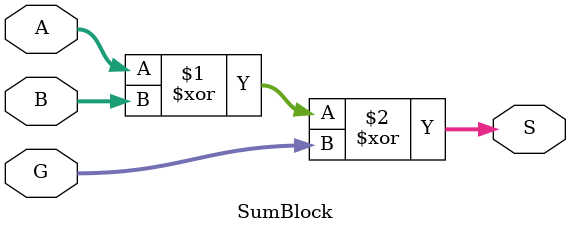
<source format=sv>
module PrefixAdder
	(input logic[15:0]	A, B,
	input logic			Cin,
	output logic[15:0]	S,
	output logic		Cout);

	logic[15:0]			P, G;
	
	logic[7:0]			Pik_0, Pkj_0, Gik_0, Gkj_0,
						Pik_1, Pkj_1, Gik_1, Gkj_1,
						Pik_2, Pkj_2, Gik_2, Gkj_2,
						Pik_3, Pkj_3, Gik_3, Gkj_3,
	
						Pij_0, Gij_0,
						Pij_1, Gij_1,
						Pij_2, Gij_2,
						Gij_3;

	logic[7:0]			prop;
	logic[15:0]			generateSignal;



	PG_Block_SV in(A[14:0], B[14:0], P, G);
	
	assign Pik_0 = {P[14], P[12], P[10], P[8], P[6], P[4], P[2], P[0]};
	assign Gik_0 = {G[14], G[12], G[10], G[8], G[6], G[4], G[2], G[0]};
	
	assign Pkj_0 = {P[13], P[11], P[9], P[7], P[5], P[3], P[1], 1'b0};
	assign Gkj_0 = {G[13], G[11], G[9], G[7], G[5], G[3], G[1], Cin};

	
	BlackCell_SV topLevel	(Pik_0, Pkj_0, Gik_0, Gkj_0, Pij_0, Gij_0);
	
	assign Pik_1 = {Pij_0[7], P[13], Pij_0[5], P[9], Pij_0[3], P[5], Pij_0[1], P[1]};
	assign Gik_1 = {Gij_0[7], G[13], Gij_0[5], G[9], Gij_0[3], G[5], Gij_0[1], G[1]};
	
	assign Pkj_1 = {Pij_0[6], Pij_0[6], Pij_0[4], Pij_0[4], Pij_0[2], Pij_0[2], Pij_0[0], Pij_0[0]};
	assign Gkj_1 = {Gij_0[6], Gij_0[6], Gij_0[4], Gij_0[4], Gij_0[2], Gij_0[2], Gij_0[0], Gij_0[0]};
	
	BlackCell_SV secondLevel(Pik_1, Pkj_1, Gik_1, Gkj_1, Pij_1, Gij_1);
	
	assign Pik_2 = {Pij_1[7], Pij_1[6], Pij_0[6], P[11], Pij_1[3], Pij_1[2], Pij_0[2], P[3]};
	assign Gik_2 = {Gij_1[7], Gij_1[6], Gij_0[6], G[11], Gij_1[3], Gij_1[2], Gij_0[2], G[3]};
	
	assign Pkj_2 = {Pij_1[5], Pij_1[5], Pij_1[5], Pij_1[5], Pij_1[1], Pij_1[1], Pij_1[1], Pij_1[1]};
	assign Gkj_2 = {Gij_1[5], Gij_1[5], Gij_1[5], Gij_1[5], Gij_1[1], Gij_1[1], Gij_1[1], Gij_1[1]};
	
	BlackCell_SV thirdLevel	(Pik_2, Pkj_2, Gik_2, Gkj_2, Pij_2, Gij_2);
	
	assign Pik_3 = {Pij_2[7], Pij_2[6], Pij_2[5], Pij_2[4], Pij_1[5], Pij_1[4], Pij_0[4], P[7]};
	assign Gik_3 = {Gij_2[7], Gij_2[6], Gij_2[5], Gij_2[4], Gij_1[5], Gij_1[4], Gij_0[4], G[7]};
	
	assign Pkj_3 = {Pij_2[3], Pij_2[3], Pij_2[3], Pij_2[3], Pij_2[3], Pij_2[3], Pij_2[3], Pij_2[3]};
	assign Gkj_3 = {Gij_2[3], Gij_2[3], Gij_2[3], Gij_2[3], Gij_2[3], Gij_2[3], Gij_2[3], Gij_2[3]};

	BlackCell_SV bottomLevel(Pik_3, Pkj_3, Gik_3, Gkj_3, prop, Gij_3);
	
	assign generateSignal =	{Gij_3[7], Gij_3[6], Gij_3[5], Gij_3[4], Gij_3[3], Gij_3[2], Gij_3[1], Gij_3[0],
						Gij_2[3], Gij_2[2], Gij_2[1], Gij_2[0],
						Gij_1[1], Gij_1[0],
						Gij_0[0],
						Cin};

	SumBlock_SV out(A, B, generateSignal, S);


	assign Cout = (A[15] & B[15]) || (generateSignal && (A[15] | B[15]));

endmodule

module PG_Block
	(input logic[14:0]	A, B,
	output logic[14:0]	P, G);

	assign P = A | B;
	assign G = A & B;

endmodule

module BlackCell
	(input logic[7:0]	Pik, Pkj, Gik, Gkj,
	output logic[7:0]	Pij, Gij);

	logic[7:0]			PikGkj;

	assign PikGkj = Pik & Gkj;
	
	assign Pij = Pik & Pkj;
	assign Gij = Gik | PikGkj;

endmodule

module SumBlock
	(input logic[15:0]	A, B, G,
	output logic[15:0]	S);
	
	assign S = A ^ B ^ G;

endmodule

</source>
